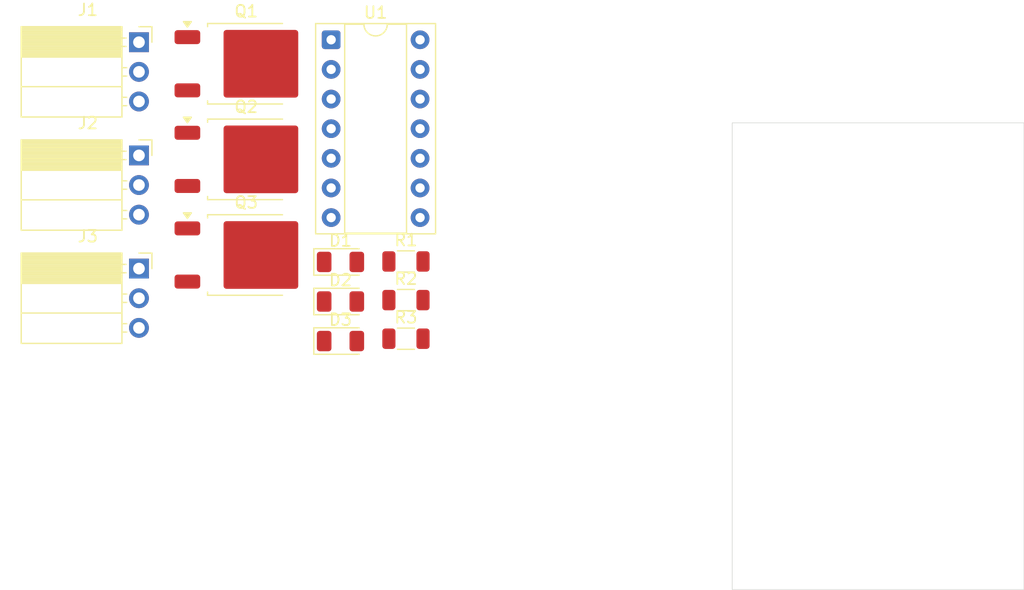
<source format=kicad_pcb>
(kicad_pcb (version 20241229) (generator "pcbnew") (generator_version "9.0")
  (layers (0 "F.Cu" signal) (2 "B.Cu" signal) (13 "F.Paste" user) (15 "B.Paste" user) (5 "F.SilkS" user "F.Silkscreen") (7 "B.SilkS" user "B.Silkscreen") (1 "F.Mask" user) (3 "B.Mask" user) (25 "Edge.Cuts" user))
  (net 0 "")
  (net 1 "Net-(D1-A)")
  (net 2 "Net-(D1-K)")
  (net 3 "Net-(D2-K)")
  (net 4 "Net-(D2-A)")
  (net 5 "Net-(D3-A)")
  (net 6 "Net-(D3-K)")
  (net 7 "Net-(J1-Pin_3)")
  (net 8 "Net-(J1-Pin_1)")
  (net 9 "Net-(J1-Pin_2)")
  (net 10 "Net-(J2-Pin_2)")
  (net 11 "Net-(J3-Pin_2)")
  (net 12 "Net-(U1-Pad3)")
  (footprint "Resistor_SMD:R_1206_3216Metric" (layer "F.Cu") (at 80.0375 88.38)
    (property "Reference" "R1" (at 0 -1.83 0) (layer "F.SilkS"))
    (property "Value" "R")
    (fp_line (start -0.727064 -0.91) (end 0.727064 -0.91) (stroke (width 0.12)) (layer "F.SilkS"))
    (fp_line (start -0.727064 0.91) (end 0.727064 0.91) (stroke (width 0.12)) (layer "F.SilkS"))
    (pad "1" smd roundrect (at -1.4625 0) (size 1.125 1.75) (layers "F.Cu" "F.Mask" "F.Paste") (roundrect_rratio 0.222222) (net 8 "Net-(J1-Pin_1)"))
    (pad "2" smd roundrect (at 1.4625 0) (size 1.125 1.75) (layers "F.Cu" "F.Mask" "F.Paste") (roundrect_rratio 0.222222) (net 1 "Net-(D1-A)"))
  )
  (footprint "LED_SMD:LED_1206_3216Metric" (layer "F.Cu") (at 74.4275 95.2)
    (property "Reference" "D3" (at 0 -1.83 0) (layer "F.SilkS"))
    (property "Value" "LED")
    (fp_line (start -2.285 -1.135) (end -2.285 1.135) (stroke (width 0.12)) (layer "F.SilkS"))
    (fp_line (start -2.285 1.135) (end 1.6 1.135) (stroke (width 0.12)) (layer "F.SilkS"))
    (fp_line (start 1.6 -1.135) (end -2.285 -1.135) (stroke (width 0.12)) (layer "F.SilkS"))
    (pad "1" smd roundrect (at -1.4 0) (size 1.25 1.75) (layers "F.Cu" "F.Mask" "F.Paste") (roundrect_rratio 0.2) (net 6 "Net-(D3-K)"))
    (pad "2" smd roundrect (at 1.4 0) (size 1.25 1.75) (layers "F.Cu" "F.Mask" "F.Paste") (roundrect_rratio 0.2) (net 5 "Net-(D3-A)"))
  )
  (footprint "LED_SMD:LED_1206_3216Metric" (layer "F.Cu") (at 74.4275 91.81)
    (property "Reference" "D2" (at 0 -1.83 0) (layer "F.SilkS"))
    (property "Value" "LED")
    (fp_line (start -2.285 -1.135) (end -2.285 1.135) (stroke (width 0.12)) (layer "F.SilkS"))
    (fp_line (start -2.285 1.135) (end 1.6 1.135) (stroke (width 0.12)) (layer "F.SilkS"))
    (fp_line (start 1.6 -1.135) (end -2.285 -1.135) (stroke (width 0.12)) (layer "F.SilkS"))
    (pad "1" smd roundrect (at -1.4 0) (size 1.25 1.75) (layers "F.Cu" "F.Mask" "F.Paste") (roundrect_rratio 0.2) (net 3 "Net-(D2-K)"))
    (pad "2" smd roundrect (at 1.4 0) (size 1.25 1.75) (layers "F.Cu" "F.Mask" "F.Paste") (roundrect_rratio 0.2) (net 4 "Net-(D2-A)"))
  )
  (footprint "Package_TO_SOT_SMD:TO-252-2" (layer "F.Cu") (at 66.3475 79.63)
    (property "Reference" "Q2" (at 0 -4.5 0) (layer "F.SilkS"))
    (property "Value" "QM6006D")
    (fp_line (start -3.31 -3.45) (end -3.31 -3.18) (stroke (width 0.12)) (layer "F.SilkS"))
    (fp_line (start -3.31 3.45) (end -3.31 3.18) (stroke (width 0.12)) (layer "F.SilkS"))
    (fp_line (start 3.11 -3.45) (end -3.31 -3.45) (stroke (width 0.12)) (layer "F.SilkS"))
    (fp_line (start 3.11 3.45) (end -3.31 3.45) (stroke (width 0.12)) (layer "F.SilkS"))
    (fp_poly (pts (xy -5.04 -3.14) (xy -5.38 -3.61) (xy -4.7 -3.61)) (stroke (width 0.12)) (fill yes) (layer "F.SilkS"))
    (pad "1" smd roundrect (at -5.04 -2.28) (size 2.2 1.2) (layers "F.Cu" "F.Mask" "F.Paste") (roundrect_rratio 0.208333) (net 9 "Net-(J1-Pin_2)"))
    (pad "2" smd roundrect (at 1.26 0) (size 6.4 5.8) (layers "F.Cu" "F.Mask") (roundrect_rratio 0.043103) (net 3 "Net-(D2-K)"))
    (pad "3" smd roundrect (at -5.04 2.28) (size 2.2 1.2) (layers "F.Cu" "F.Mask" "F.Paste") (roundrect_rratio 0.208333) (net 7 "Net-(J1-Pin_3)"))
  )
  (footprint "Resistor_SMD:R_1206_3216Metric" (layer "F.Cu") (at 80.0375 91.69)
    (property "Reference" "R2" (at 0 -1.83 0) (layer "F.SilkS"))
    (property "Value" "R")
    (fp_line (start -0.727064 -0.91) (end 0.727064 -0.91) (stroke (width 0.12)) (layer "F.SilkS"))
    (fp_line (start -0.727064 0.91) (end 0.727064 0.91) (stroke (width 0.12)) (layer "F.SilkS"))
    (pad "1" smd roundrect (at -1.4625 0) (size 1.125 1.75) (layers "F.Cu" "F.Mask" "F.Paste") (roundrect_rratio 0.222222) (net 8 "Net-(J1-Pin_1)"))
    (pad "2" smd roundrect (at 1.4625 0) (size 1.125 1.75) (layers "F.Cu" "F.Mask" "F.Paste") (roundrect_rratio 0.222222) (net 4 "Net-(D2-A)"))
  )
  (footprint "Package_TO_SOT_SMD:TO-252-2" (layer "F.Cu") (at 66.3475 87.825)
    (property "Reference" "Q3" (at 0 -4.5 0) (layer "F.SilkS"))
    (property "Value" "QM6006D")
    (fp_line (start -3.31 -3.45) (end -3.31 -3.18) (stroke (width 0.12)) (layer "F.SilkS"))
    (fp_line (start -3.31 3.45) (end -3.31 3.18) (stroke (width 0.12)) (layer "F.SilkS"))
    (fp_line (start 3.11 -3.45) (end -3.31 -3.45) (stroke (width 0.12)) (layer "F.SilkS"))
    (fp_line (start 3.11 3.45) (end -3.31 3.45) (stroke (width 0.12)) (layer "F.SilkS"))
    (fp_poly (pts (xy -5.04 -3.14) (xy -5.38 -3.61) (xy -4.7 -3.61)) (stroke (width 0.12)) (fill yes) (layer "F.SilkS"))
    (pad "1" smd roundrect (at -5.04 -2.28) (size 2.2 1.2) (layers "F.Cu" "F.Mask" "F.Paste") (roundrect_rratio 0.208333) (net 11 "Net-(J3-Pin_2)"))
    (pad "2" smd roundrect (at 1.26 0) (size 6.4 5.8) (layers "F.Cu" "F.Mask") (roundrect_rratio 0.043103) (net 6 "Net-(D3-K)"))
    (pad "3" smd roundrect (at -5.04 2.28) (size 2.2 1.2) (layers "F.Cu" "F.Mask" "F.Paste") (roundrect_rratio 0.208333) (net 7 "Net-(J1-Pin_3)"))
  )
  (footprint "Resistor_SMD:R_1206_3216Metric" (layer "F.Cu") (at 80.0375 95)
    (property "Reference" "R3" (at 0 -1.83 0) (layer "F.SilkS"))
    (property "Value" "R")
    (fp_line (start -0.727064 -0.91) (end 0.727064 -0.91) (stroke (width 0.12)) (layer "F.SilkS"))
    (fp_line (start -0.727064 0.91) (end 0.727064 0.91) (stroke (width 0.12)) (layer "F.SilkS"))
    (pad "1" smd roundrect (at -1.4625 0) (size 1.125 1.75) (layers "F.Cu" "F.Mask" "F.Paste") (roundrect_rratio 0.222222) (net 8 "Net-(J1-Pin_1)"))
    (pad "2" smd roundrect (at 1.4625 0) (size 1.125 1.75) (layers "F.Cu" "F.Mask" "F.Paste") (roundrect_rratio 0.222222) (net 5 "Net-(D3-A)"))
  )
  (footprint "Connector_PinSocket_2.54mm:PinSocket_1x03_P2.54mm_Horizontal" (layer "F.Cu") (at 57.1575 69.59)
    (property "Reference" "J1" (at -4.38 -2.77 0) (layer "F.SilkS"))
    (property "Value" "Conn_01x03_Socket")
    (fp_line (start -10.09 -1.33) (end -10.09 6.41) (stroke (width 0.12)) (layer "F.SilkS"))
    (fp_line (start -10.09 -1.33) (end -1.46 -1.33) (stroke (width 0.12)) (layer "F.SilkS"))
    (fp_line (start -10.09 -1.21) (end -1.46 -1.21) (stroke (width 0.12)) (layer "F.SilkS"))
    (fp_line (start -10.09 -1.091905) (end -1.46 -1.091905) (stroke (width 0.12)) (layer "F.SilkS"))
    (fp_line (start -10.09 -0.97381) (end -1.46 -0.97381) (stroke (width 0.12)) (layer "F.SilkS"))
    (fp_line (start -10.09 -0.855715) (end -1.46 -0.855715) (stroke (width 0.12)) (layer "F.SilkS"))
    (fp_line (start -10.09 -0.73762) (end -1.46 -0.73762) (stroke (width 0.12)) (layer "F.SilkS"))
    (fp_line (start -10.09 -0.619525) (end -1.46 -0.619525) (stroke (width 0.12)) (layer "F.SilkS"))
    (fp_line (start -10.09 -0.50143) (end -1.46 -0.50143) (stroke (width 0.12)) (layer "F.SilkS"))
    (fp_line (start -10.09 -0.383335) (end -1.46 -0.383335) (stroke (width 0.12)) (layer "F.SilkS"))
    (fp_line (start -10.09 -0.26524) (end -1.46 -0.26524) (stroke (width 0.12)) (layer "F.SilkS"))
    (fp_line (start -10.09 -0.147145) (end -1.46 -0.147145) (stroke (width 0.12)) (layer "F.SilkS"))
    (fp_line (start -10.09 -0.02905) (end -1.46 -0.02905) (stroke (width 0.12)) (layer "F.SilkS"))
    (fp_line (start -10.09 0.089045) (end -1.46 0.089045) (stroke (width 0.12)) (layer "F.SilkS"))
    (fp_line (start -10.09 0.20714) (end -1.46 0.20714) (stroke (width 0.12)) (layer "F.SilkS"))
    (fp_line (start -10.09 0.325235) (end -1.46 0.325235) (stroke (width 0.12)) (layer "F.SilkS"))
    (fp_line (start -10.09 0.44333) (end -1.46 0.44333) (stroke (width 0.12)) (layer "F.SilkS"))
    (fp_line (start -10.09 0.561425) (end -1.46 0.561425) (stroke (width 0.12)) (layer "F.SilkS"))
    (fp_line (start -10.09 0.67952) (end -1.46 0.67952) (stroke (width 0.12)) (layer "F.SilkS"))
    (fp_line (start -10.09 0.797615) (end -1.46 0.797615) (stroke (width 0.12)) (layer "F.SilkS"))
    (fp_line (start -10.09 0.91571) (end -1.46 0.91571) (stroke (width 0.12)) (layer "F.SilkS"))
    (fp_line (start -10.09 1.033805) (end -1.46 1.033805) (stroke (width 0.12)) (layer "F.SilkS"))
    (fp_line (start -10.09 1.1519) (end -1.46 1.1519) (stroke (width 0.12)) (layer "F.SilkS"))
    (fp_line (start -10.09 1.27) (end -1.46 1.27) (stroke (width 0.12)) (layer "F.SilkS"))
    (fp_line (start -10.09 3.81) (end -1.46 3.81) (stroke (width 0.12)) (layer "F.SilkS"))
    (fp_line (start -10.09 6.41) (end -1.46 6.41) (stroke (width 0.12)) (layer "F.SilkS"))
    (fp_line (start -1.46 -1.33) (end -1.46 6.41) (stroke (width 0.12)) (layer "F.SilkS"))
    (fp_line (start -1.46 -0.36) (end -1.11 -0.36) (stroke (width 0.12)) (layer "F.SilkS"))
    (fp_line (start -1.46 0.36) (end -1.11 0.36) (stroke (width 0.12)) (layer "F.SilkS"))
    (fp_line (start -1.46 2.18) (end -1.05 2.18) (stroke (width 0.12)) (layer "F.SilkS"))
    (fp_line (start -1.46 2.9) (end -1.05 2.9) (stroke (width 0.12)) (layer "F.SilkS"))
    (fp_line (start -1.46 4.72) (end -1.05 4.72) (stroke (width 0.12)) (layer "F.SilkS"))
    (fp_line (start -1.46 5.44) (end -1.05 5.44) (stroke (width 0.12)) (layer "F.SilkS"))
    (fp_line (start 0 -1.33) (end 1.11 -1.33) (stroke (width 0.12)) (layer "F.SilkS"))
    (fp_line (start 1.11 -1.33) (end 1.11 0) (stroke (width 0.12)) (layer "F.SilkS"))
    (pad "1" thru_hole rect (at 0 0) (size 1.7 1.7) (drill 1) (layers "*.Cu" "*.Mask") (net 8 "Net-(J1-Pin_1)"))
    (pad "2" thru_hole circle (at 0 2.54) (size 1.7 1.7) (drill 1) (layers "*.Cu" "*.Mask") (net 9 "Net-(J1-Pin_2)"))
    (pad "3" thru_hole circle (at 0 5.08) (size 1.7 1.7) (drill 1) (layers "*.Cu" "*.Mask") (net 7 "Net-(J1-Pin_3)"))
  )
  (footprint "Package_DIP:DIP-14_W7.62mm_Socket" (layer "F.Cu") (at 73.6275 69.38)
    (property "Reference" "U1" (at 3.81 -2.33 0) (layer "F.SilkS"))
    (property "Value" "4011")
    (fp_line (start 1.16 -1.33) (end 1.16 16.57) (stroke (width 0.12)) (layer "F.SilkS"))
    (fp_line (start 1.16 16.57) (end 6.46 16.57) (stroke (width 0.12)) (layer "F.SilkS"))
    (fp_line (start 2.81 -1.33) (end 1.16 -1.33) (stroke (width 0.12)) (layer "F.SilkS"))
    (fp_line (start 6.46 -1.33) (end 4.81 -1.33) (stroke (width 0.12)) (layer "F.SilkS"))
    (fp_line (start 6.46 16.57) (end 6.46 -1.33) (stroke (width 0.12)) (layer "F.SilkS"))
    (fp_rect (start -1.33 -1.39) (end 8.95 16.63) (stroke (width 0.12)) (fill no) (layer "F.SilkS"))
    (fp_arc (start 4.81 -1.33) (mid 3.81 -0.33) (end 2.81 -1.33) (stroke (width 0.12)) (layer "F.SilkS"))
    (pad "1" thru_hole roundrect (at 0 0) (size 1.6 1.6) (drill 0.8) (layers "*.Cu" "*.Mask") (roundrect_rratio 0.15625) (net 10 "Net-(J2-Pin_2)"))
    (pad "2" thru_hole circle (at 0 2.54) (size 1.6 1.6) (drill 0.8) (layers "*.Cu" "*.Mask") (net 9 "Net-(J1-Pin_2)"))
    (pad "3" thru_hole circle (at 0 5.08) (size 1.6 1.6) (drill 0.8) (layers "*.Cu" "*.Mask") (net 12 "Net-(U1-Pad3)"))
    (pad "4" thru_hole circle (at 0 7.62) (size 1.6 1.6) (drill 0.8) (layers "*.Cu" "*.Mask") (net 11 "Net-(J3-Pin_2)"))
    (pad "5" thru_hole circle (at 0 10.16) (size 1.6 1.6) (drill 0.8) (layers "*.Cu" "*.Mask") (net 12 "Net-(U1-Pad3)"))
    (pad "6" thru_hole circle (at 0 12.7) (size 1.6 1.6) (drill 0.8) (layers "*.Cu" "*.Mask") (net 12 "Net-(U1-Pad3)"))
    (pad "7" thru_hole circle (at 0 15.24) (size 1.6 1.6) (drill 0.8) (layers "*.Cu" "*.Mask") (net 7 "Net-(J1-Pin_3)"))
    (pad "8" thru_hole circle (at 7.62 15.24) (size 1.6 1.6) (drill 0.8) (layers "*.Cu" "*.Mask") (net 7 "Net-(J1-Pin_3)"))
    (pad "9" thru_hole circle (at 7.62 12.7) (size 1.6 1.6) (drill 0.8) (layers "*.Cu" "*.Mask") (net 7 "Net-(J1-Pin_3)"))
    (pad "10" thru_hole circle (at 7.62 10.16) (size 1.6 1.6) (drill 0.8) (layers "*.Cu" "*.Mask") (net 7 "Net-(J1-Pin_3)"))
    (pad "11" thru_hole circle (at 7.62 7.62) (size 1.6 1.6) (drill 0.8) (layers "*.Cu" "*.Mask") (net 7 "Net-(J1-Pin_3)"))
    (pad "12" thru_hole circle (at 7.62 5.08) (size 1.6 1.6) (drill 0.8) (layers "*.Cu" "*.Mask") (net 7 "Net-(J1-Pin_3)"))
    (pad "13" thru_hole circle (at 7.62 2.54) (size 1.6 1.6) (drill 0.8) (layers "*.Cu" "*.Mask") (net 7 "Net-(J1-Pin_3)"))
    (pad "14" thru_hole circle (at 7.62 0) (size 1.6 1.6) (drill 0.8) (layers "*.Cu" "*.Mask") (net 8 "Net-(J1-Pin_1)"))
  )
  (footprint "Package_TO_SOT_SMD:TO-252-2" (layer "F.Cu") (at 66.3475 71.435)
    (property "Reference" "Q1" (at 0 -4.5 0) (layer "F.SilkS"))
    (property "Value" "QM6006D")
    (fp_line (start -3.31 -3.45) (end -3.31 -3.18) (stroke (width 0.12)) (layer "F.SilkS"))
    (fp_line (start -3.31 3.45) (end -3.31 3.18) (stroke (width 0.12)) (layer "F.SilkS"))
    (fp_line (start 3.11 -3.45) (end -3.31 -3.45) (stroke (width 0.12)) (layer "F.SilkS"))
    (fp_line (start 3.11 3.45) (end -3.31 3.45) (stroke (width 0.12)) (layer "F.SilkS"))
    (fp_poly (pts (xy -5.04 -3.14) (xy -5.38 -3.61) (xy -4.7 -3.61)) (stroke (width 0.12)) (fill yes) (layer "F.SilkS"))
    (pad "1" smd roundrect (at -5.04 -2.28) (size 2.2 1.2) (layers "F.Cu" "F.Mask" "F.Paste") (roundrect_rratio 0.208333) (net 10 "Net-(J2-Pin_2)"))
    (pad "2" smd roundrect (at 1.26 0) (size 6.4 5.8) (layers "F.Cu" "F.Mask") (roundrect_rratio 0.043103) (net 2 "Net-(D1-K)"))
    (pad "3" smd roundrect (at -5.04 2.28) (size 2.2 1.2) (layers "F.Cu" "F.Mask" "F.Paste") (roundrect_rratio 0.208333) (net 7 "Net-(J1-Pin_3)"))
  )
  (footprint "Connector_PinSocket_2.54mm:PinSocket_1x03_P2.54mm_Horizontal" (layer "F.Cu") (at 57.1575 88.99)
    (property "Reference" "J3" (at -4.38 -2.77 0) (layer "F.SilkS"))
    (property "Value" "Conn_01x03_Socket")
    (fp_line (start -10.09 -1.33) (end -10.09 6.41) (stroke (width 0.12)) (layer "F.SilkS"))
    (fp_line (start -10.09 -1.33) (end -1.46 -1.33) (stroke (width 0.12)) (layer "F.SilkS"))
    (fp_line (start -10.09 -1.21) (end -1.46 -1.21) (stroke (width 0.12)) (layer "F.SilkS"))
    (fp_line (start -10.09 -1.091905) (end -1.46 -1.091905) (stroke (width 0.12)) (layer "F.SilkS"))
    (fp_line (start -10.09 -0.97381) (end -1.46 -0.97381) (stroke (width 0.12)) (layer "F.SilkS"))
    (fp_line (start -10.09 -0.855715) (end -1.46 -0.855715) (stroke (width 0.12)) (layer "F.SilkS"))
    (fp_line (start -10.09 -0.73762) (end -1.46 -0.73762) (stroke (width 0.12)) (layer "F.SilkS"))
    (fp_line (start -10.09 -0.619525) (end -1.46 -0.619525) (stroke (width 0.12)) (layer "F.SilkS"))
    (fp_line (start -10.09 -0.50143) (end -1.46 -0.50143) (stroke (width 0.12)) (layer "F.SilkS"))
    (fp_line (start -10.09 -0.383335) (end -1.46 -0.383335) (stroke (width 0.12)) (layer "F.SilkS"))
    (fp_line (start -10.09 -0.26524) (end -1.46 -0.26524) (stroke (width 0.12)) (layer "F.SilkS"))
    (fp_line (start -10.09 -0.147145) (end -1.46 -0.147145) (stroke (width 0.12)) (layer "F.SilkS"))
    (fp_line (start -10.09 -0.02905) (end -1.46 -0.02905) (stroke (width 0.12)) (layer "F.SilkS"))
    (fp_line (start -10.09 0.089045) (end -1.46 0.089045) (stroke (width 0.12)) (layer "F.SilkS"))
    (fp_line (start -10.09 0.20714) (end -1.46 0.20714) (stroke (width 0.12)) (layer "F.SilkS"))
    (fp_line (start -10.09 0.325235) (end -1.46 0.325235) (stroke (width 0.12)) (layer "F.SilkS"))
    (fp_line (start -10.09 0.44333) (end -1.46 0.44333) (stroke (width 0.12)) (layer "F.SilkS"))
    (fp_line (start -10.09 0.561425) (end -1.46 0.561425) (stroke (width 0.12)) (layer "F.SilkS"))
    (fp_line (start -10.09 0.67952) (end -1.46 0.67952) (stroke (width 0.12)) (layer "F.SilkS"))
    (fp_line (start -10.09 0.797615) (end -1.46 0.797615) (stroke (width 0.12)) (layer "F.SilkS"))
    (fp_line (start -10.09 0.91571) (end -1.46 0.91571) (stroke (width 0.12)) (layer "F.SilkS"))
    (fp_line (start -10.09 1.033805) (end -1.46 1.033805) (stroke (width 0.12)) (layer "F.SilkS"))
    (fp_line (start -10.09 1.1519) (end -1.46 1.1519) (stroke (width 0.12)) (layer "F.SilkS"))
    (fp_line (start -10.09 1.27) (end -1.46 1.27) (stroke (width 0.12)) (layer "F.SilkS"))
    (fp_line (start -10.09 3.81) (end -1.46 3.81) (stroke (width 0.12)) (layer "F.SilkS"))
    (fp_line (start -10.09 6.41) (end -1.46 6.41) (stroke (width 0.12)) (layer "F.SilkS"))
    (fp_line (start -1.46 -1.33) (end -1.46 6.41) (stroke (width 0.12)) (layer "F.SilkS"))
    (fp_line (start -1.46 -0.36) (end -1.11 -0.36) (stroke (width 0.12)) (layer "F.SilkS"))
    (fp_line (start -1.46 0.36) (end -1.11 0.36) (stroke (width 0.12)) (layer "F.SilkS"))
    (fp_line (start -1.46 2.18) (end -1.05 2.18) (stroke (width 0.12)) (layer "F.SilkS"))
    (fp_line (start -1.46 2.9) (end -1.05 2.9) (stroke (width 0.12)) (layer "F.SilkS"))
    (fp_line (start -1.46 4.72) (end -1.05 4.72) (stroke (width 0.12)) (layer "F.SilkS"))
    (fp_line (start -1.46 5.44) (end -1.05 5.44) (stroke (width 0.12)) (layer "F.SilkS"))
    (fp_line (start 0 -1.33) (end 1.11 -1.33) (stroke (width 0.12)) (layer "F.SilkS"))
    (fp_line (start 1.11 -1.33) (end 1.11 0) (stroke (width 0.12)) (layer "F.SilkS"))
    (pad "1" thru_hole rect (at 0 0) (size 1.7 1.7) (drill 1) (layers "*.Cu" "*.Mask") (net 8 "Net-(J1-Pin_1)"))
    (pad "2" thru_hole circle (at 0 2.54) (size 1.7 1.7) (drill 1) (layers "*.Cu" "*.Mask") (net 11 "Net-(J3-Pin_2)"))
    (pad "3" thru_hole circle (at 0 5.08) (size 1.7 1.7) (drill 1) (layers "*.Cu" "*.Mask") (net 7 "Net-(J1-Pin_3)"))
  )
  (footprint "Connector_PinSocket_2.54mm:PinSocket_1x03_P2.54mm_Horizontal" (layer "F.Cu") (at 57.1575 79.29)
    (property "Reference" "J2" (at -4.38 -2.77 0) (layer "F.SilkS"))
    (property "Value" "Conn_01x03_Socket")
    (fp_line (start -10.09 -1.33) (end -10.09 6.41) (stroke (width 0.12)) (layer "F.SilkS"))
    (fp_line (start -10.09 -1.33) (end -1.46 -1.33) (stroke (width 0.12)) (layer "F.SilkS"))
    (fp_line (start -10.09 -1.21) (end -1.46 -1.21) (stroke (width 0.12)) (layer "F.SilkS"))
    (fp_line (start -10.09 -1.091905) (end -1.46 -1.091905) (stroke (width 0.12)) (layer "F.SilkS"))
    (fp_line (start -10.09 -0.97381) (end -1.46 -0.97381) (stroke (width 0.12)) (layer "F.SilkS"))
    (fp_line (start -10.09 -0.855715) (end -1.46 -0.855715) (stroke (width 0.12)) (layer "F.SilkS"))
    (fp_line (start -10.09 -0.73762) (end -1.46 -0.73762) (stroke (width 0.12)) (layer "F.SilkS"))
    (fp_line (start -10.09 -0.619525) (end -1.46 -0.619525) (stroke (width 0.12)) (layer "F.SilkS"))
    (fp_line (start -10.09 -0.50143) (end -1.46 -0.50143) (stroke (width 0.12)) (layer "F.SilkS"))
    (fp_line (start -10.09 -0.383335) (end -1.46 -0.383335) (stroke (width 0.12)) (layer "F.SilkS"))
    (fp_line (start -10.09 -0.26524) (end -1.46 -0.26524) (stroke (width 0.12)) (layer "F.SilkS"))
    (fp_line (start -10.09 -0.147145) (end -1.46 -0.147145) (stroke (width 0.12)) (layer "F.SilkS"))
    (fp_line (start -10.09 -0.02905) (end -1.46 -0.02905) (stroke (width 0.12)) (layer "F.SilkS"))
    (fp_line (start -10.09 0.089045) (end -1.46 0.089045) (stroke (width 0.12)) (layer "F.SilkS"))
    (fp_line (start -10.09 0.20714) (end -1.46 0.20714) (stroke (width 0.12)) (layer "F.SilkS"))
    (fp_line (start -10.09 0.325235) (end -1.46 0.325235) (stroke (width 0.12)) (layer "F.SilkS"))
    (fp_line (start -10.09 0.44333) (end -1.46 0.44333) (stroke (width 0.12)) (layer "F.SilkS"))
    (fp_line (start -10.09 0.561425) (end -1.46 0.561425) (stroke (width 0.12)) (layer "F.SilkS"))
    (fp_line (start -10.09 0.67952) (end -1.46 0.67952) (stroke (width 0.12)) (layer "F.SilkS"))
    (fp_line (start -10.09 0.797615) (end -1.46 0.797615) (stroke (width 0.12)) (layer "F.SilkS"))
    (fp_line (start -10.09 0.91571) (end -1.46 0.91571) (stroke (width 0.12)) (layer "F.SilkS"))
    (fp_line (start -10.09 1.033805) (end -1.46 1.033805) (stroke (width 0.12)) (layer "F.SilkS"))
    (fp_line (start -10.09 1.1519) (end -1.46 1.1519) (stroke (width 0.12)) (layer "F.SilkS"))
    (fp_line (start -10.09 1.27) (end -1.46 1.27) (stroke (width 0.12)) (layer "F.SilkS"))
    (fp_line (start -10.09 3.81) (end -1.46 3.81) (stroke (width 0.12)) (layer "F.SilkS"))
    (fp_line (start -10.09 6.41) (end -1.46 6.41) (stroke (width 0.12)) (layer "F.SilkS"))
    (fp_line (start -1.46 -1.33) (end -1.46 6.41) (stroke (width 0.12)) (layer "F.SilkS"))
    (fp_line (start -1.46 -0.36) (end -1.11 -0.36) (stroke (width 0.12)) (layer "F.SilkS"))
    (fp_line (start -1.46 0.36) (end -1.11 0.36) (stroke (width 0.12)) (layer "F.SilkS"))
    (fp_line (start -1.46 2.18) (end -1.05 2.18) (stroke (width 0.12)) (layer "F.SilkS"))
    (fp_line (start -1.46 2.9) (end -1.05 2.9) (stroke (width 0.12)) (layer "F.SilkS"))
    (fp_line (start -1.46 4.72) (end -1.05 4.72) (stroke (width 0.12)) (layer "F.SilkS"))
    (fp_line (start -1.46 5.44) (end -1.05 5.44) (stroke (width 0.12)) (layer "F.SilkS"))
    (fp_line (start 0 -1.33) (end 1.11 -1.33) (stroke (width 0.12)) (layer "F.SilkS"))
    (fp_line (start 1.11 -1.33) (end 1.11 0) (stroke (width 0.12)) (layer "F.SilkS"))
    (pad "1" thru_hole rect (at 0 0) (size 1.7 1.7) (drill 1) (layers "*.Cu" "*.Mask") (net 8 "Net-(J1-Pin_1)"))
    (pad "2" thru_hole circle (at 0 2.54) (size 1.7 1.7) (drill 1) (layers "*.Cu" "*.Mask") (net 10 "Net-(J2-Pin_2)"))
    (pad "3" thru_hole circle (at 0 5.08) (size 1.7 1.7) (drill 1) (layers "*.Cu" "*.Mask") (net 7 "Net-(J1-Pin_3)"))
  )
  (footprint "LED_SMD:LED_1206_3216Metric" (layer "F.Cu") (at 74.4275 88.42)
    (property "Reference" "D1" (at 0 -1.83 0) (layer "F.SilkS"))
    (property "Value" "LED")
    (fp_line (start -2.285 -1.135) (end -2.285 1.135) (stroke (width 0.12)) (layer "F.SilkS"))
    (fp_line (start -2.285 1.135) (end 1.6 1.135) (stroke (width 0.12)) (layer "F.SilkS"))
    (fp_line (start 1.6 -1.135) (end -2.285 -1.135) (stroke (width 0.12)) (layer "F.SilkS"))
    (pad "1" smd roundrect (at -1.4 0) (size 1.25 1.75) (layers "F.Cu" "F.Mask" "F.Paste") (roundrect_rratio 0.2) (net 2 "Net-(D1-K)"))
    (pad "2" smd roundrect (at 1.4 0) (size 1.25 1.75) (layers "F.Cu" "F.Mask" "F.Paste") (roundrect_rratio 0.2) (net 1 "Net-(D1-A)"))
  )
  (gr_rect (start 108 76.5) (end 133 116.5) (stroke (width 0.05)) (fill no) (layer "Edge.Cuts"))
)
</source>
